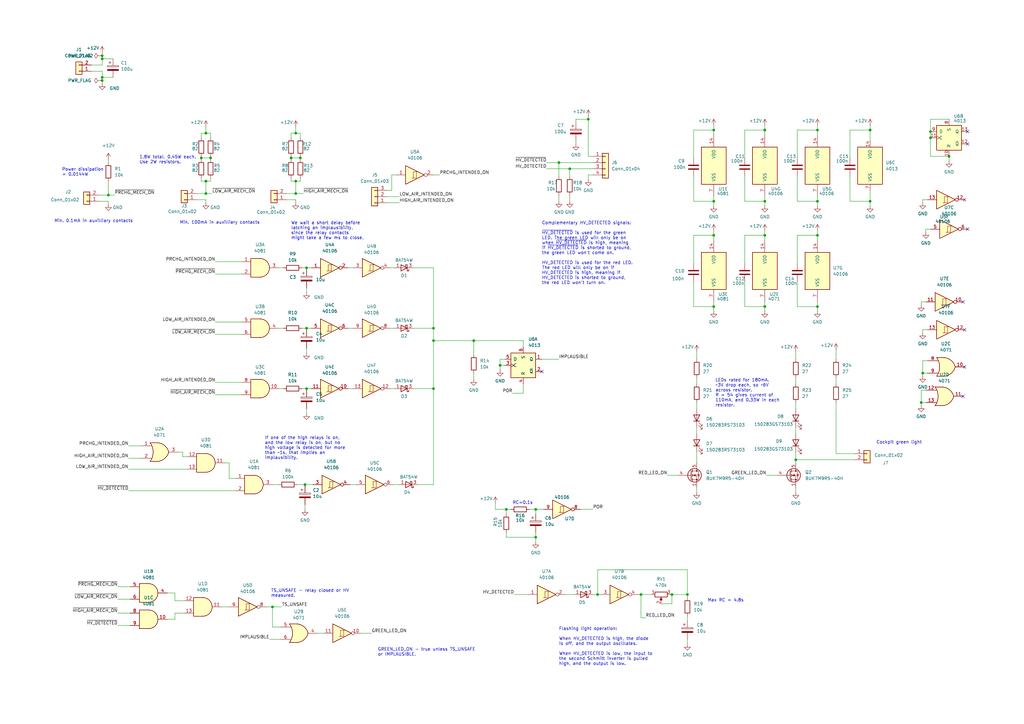
<source format=kicad_sch>
(kicad_sch (version 20211123) (generator eeschema)
  (paper "A3")
  (junction (at 84.455 74.295))
  (junction (at 335.28 82.55))
  (junction (at 335.28 53.34))
  (junction (at 233.68 69.215))
  (junction (at 292.735 96.52))
  (junction (at 177.8 134.62))
  (junction (at 119.38 64.77))
  (junction (at 281.94 243.84))
  (junction (at 194.31 139.7))
  (junction (at 41.91 33.02))
  (junction (at 313.69 82.55))
  (junction (at 377.825 165.1))
  (junction (at 123.19 64.77))
  (junction (at 313.69 125.73))
  (junction (at 389.255 64.135))
  (junction (at 41.91 22.86))
  (junction (at 275.59 243.84))
  (junction (at 262.89 243.84))
  (junction (at 335.28 125.73))
  (junction (at 292.735 82.55))
  (junction (at 84.455 54.61))
  (junction (at 356.87 82.55))
  (junction (at 335.28 96.52))
  (junction (at 313.69 96.52))
  (junction (at 84.455 79.375))
  (junction (at 219.71 208.915))
  (junction (at 44.45 80.01))
  (junction (at 125.73 109.855))
  (junction (at 121.285 79.375))
  (junction (at 121.285 54.61))
  (junction (at 177.8 139.7))
  (junction (at 111.76 248.92))
  (junction (at 245.11 243.84))
  (junction (at 86.36 64.77))
  (junction (at 378.46 153.035))
  (junction (at 207.645 208.915))
  (junction (at 121.285 74.295))
  (junction (at 313.69 53.34))
  (junction (at 229.235 66.675))
  (junction (at 381.635 56.515))
  (junction (at 292.735 53.34))
  (junction (at 292.735 125.73))
  (junction (at 82.55 64.77))
  (junction (at 125.095 198.755))
  (junction (at 326.39 188.595))
  (junction (at 205.105 149.86))
  (junction (at 125.73 134.62))
  (junction (at 177.8 159.385))
  (junction (at 356.87 53.34))
  (junction (at 41.91 24.13))
  (junction (at 41.91 31.75))
  (junction (at 125.73 159.385))
  (junction (at 381.635 53.975))
  (junction (at 241.3 48.895))
  (junction (at 219.71 220.345))
  (no_connect (at 395.605 150.495))
  (no_connect (at 395.605 135.255))
  (no_connect (at 396.875 93.98))
  (no_connect (at 222.25 152.4))
  (no_connect (at 394.97 162.56))
  (no_connect (at 395.605 81.915))
  (no_connect (at 396.875 53.975))
  (no_connect (at 396.875 59.055))
  (no_connect (at 394.97 123.825))
  (wire (pts (xy 217.17 208.915) (xy 219.71 208.915)))
  (wire (pts (xy 327.025 96.52) (xy 335.28 96.52)))
  (wire (pts (xy 214.63 161.29) (xy 210.185 161.29)))
  (wire (pts (xy 92.075 189.865) (xy 93.98 189.865)))
  (wire (pts (xy 378.46 154.305) (xy 378.46 153.035)))
  (wire (pts (xy 147.955 259.715) (xy 152.4 259.715)))
  (wire (pts (xy 241.3 64.135) (xy 243.205 64.135)))
  (wire (pts (xy 284.48 72.39) (xy 284.48 82.55)))
  (wire (pts (xy 119.38 64.77) (xy 123.19 64.77)))
  (wire (pts (xy 169.545 134.62) (xy 177.8 134.62)))
  (wire (pts (xy 194.31 139.7) (xy 177.8 139.7)))
  (wire (pts (xy 119.38 65.405) (xy 119.38 64.77)))
  (wire (pts (xy 348.615 82.55) (xy 356.87 82.55)))
  (wire (pts (xy 377.825 160.02) (xy 377.825 165.1)))
  (wire (pts (xy 82.55 64.77) (xy 86.36 64.77)))
  (wire (pts (xy 71.755 243.205) (xy 71.755 246.38)))
  (wire (pts (xy 177.8 134.62) (xy 177.8 139.7)))
  (wire (pts (xy 273.685 194.945) (xy 278.13 194.945)))
  (wire (pts (xy 377.825 165.1) (xy 379.73 165.1)))
  (wire (pts (xy 377.825 123.825) (xy 379.73 123.825)))
  (wire (pts (xy 327.025 82.55) (xy 335.28 82.55)))
  (wire (pts (xy 236.22 50.165) (xy 236.22 48.895)))
  (wire (pts (xy 313.69 82.55) (xy 313.69 80.645)))
  (wire (pts (xy 121.285 74.295) (xy 123.19 74.295)))
  (wire (pts (xy 88.265 161.925) (xy 99.06 161.925)))
  (wire (pts (xy 48.26 245.745) (xy 53.34 245.745)))
  (wire (pts (xy 84.455 79.375) (xy 86.995 79.375)))
  (wire (pts (xy 219.71 220.345) (xy 219.71 222.25)))
  (wire (pts (xy 90.805 248.92) (xy 93.98 248.92)))
  (wire (pts (xy 123.825 134.62) (xy 125.73 134.62)))
  (wire (pts (xy 158.75 83.185) (xy 163.83 83.185)))
  (wire (pts (xy 327.025 72.39) (xy 327.025 82.55)))
  (wire (pts (xy 335.28 125.73) (xy 335.28 127.635)))
  (wire (pts (xy 313.69 94.615) (xy 313.69 96.52)))
  (wire (pts (xy 326.39 154.94) (xy 326.39 157.48)))
  (wire (pts (xy 121.285 81.915) (xy 121.285 83.185)))
  (wire (pts (xy 125.73 109.855) (xy 125.73 110.49)))
  (wire (pts (xy 379.73 160.02) (xy 377.825 160.02)))
  (wire (pts (xy 205.105 147.32) (xy 207.01 147.32)))
  (wire (pts (xy 305.435 107.95) (xy 305.435 96.52)))
  (wire (pts (xy 335.28 96.52) (xy 335.28 98.425)))
  (wire (pts (xy 219.71 208.915) (xy 222.885 208.915)))
  (wire (pts (xy 292.735 82.55) (xy 292.735 80.645)))
  (wire (pts (xy 377.825 125.095) (xy 377.825 123.825)))
  (wire (pts (xy 194.31 145.415) (xy 194.31 139.7)))
  (wire (pts (xy 142.875 134.62) (xy 144.78 134.62)))
  (wire (pts (xy 41.91 33.02) (xy 41.91 34.29)))
  (wire (pts (xy 88.265 156.845) (xy 99.06 156.845)))
  (wire (pts (xy 241.3 48.895) (xy 241.3 64.135)))
  (wire (pts (xy 241.3 47.625) (xy 241.3 48.895)))
  (wire (pts (xy 305.435 72.39) (xy 305.435 82.55)))
  (wire (pts (xy 241.3 71.755) (xy 243.205 71.755)))
  (wire (pts (xy 142.875 109.855) (xy 144.78 109.855)))
  (wire (pts (xy 222.25 147.32) (xy 229.235 147.32)))
  (wire (pts (xy 214.63 142.24) (xy 214.63 139.7)))
  (wire (pts (xy 378.46 147.955) (xy 378.46 153.035)))
  (wire (pts (xy 205.105 149.86) (xy 207.01 149.86)))
  (wire (pts (xy 84.455 81.915) (xy 84.455 83.185)))
  (wire (pts (xy 281.94 252.73) (xy 281.94 254.635)))
  (wire (pts (xy 292.735 82.55) (xy 292.735 84.455)))
  (wire (pts (xy 123.825 109.855) (xy 125.73 109.855)))
  (wire (pts (xy 41.91 22.86) (xy 41.91 24.13)))
  (wire (pts (xy 82.55 74.295) (xy 84.455 74.295)))
  (wire (pts (xy 82.55 54.61) (xy 84.455 54.61)))
  (wire (pts (xy 224.155 69.215) (xy 233.68 69.215)))
  (wire (pts (xy 74.93 187.325) (xy 74.93 185.42)))
  (wire (pts (xy 123.825 159.385) (xy 125.73 159.385)))
  (wire (pts (xy 71.755 251.46) (xy 75.565 251.46)))
  (wire (pts (xy 158.75 80.645) (xy 163.83 80.645)))
  (wire (pts (xy 41.275 33.02) (xy 41.91 33.02)))
  (wire (pts (xy 169.545 109.855) (xy 177.8 109.855)))
  (wire (pts (xy 76.835 187.325) (xy 74.93 187.325)))
  (wire (pts (xy 125.73 142.875) (xy 125.73 144.78)))
  (wire (pts (xy 86.36 65.405) (xy 86.36 64.77)))
  (wire (pts (xy 203.2 206.375) (xy 203.2 208.915)))
  (wire (pts (xy 80.645 81.915) (xy 84.455 81.915)))
  (wire (pts (xy 86.36 64.77) (xy 86.36 64.135)))
  (wire (pts (xy 275.59 247.65) (xy 275.59 243.84)))
  (wire (pts (xy 381.635 48.895) (xy 381.635 53.975)))
  (wire (pts (xy 125.73 118.11) (xy 125.73 120.015)))
  (wire (pts (xy 88.265 107.315) (xy 99.06 107.315)))
  (wire (pts (xy 378.46 136.525) (xy 378.46 135.255)))
  (wire (pts (xy 378.46 135.255) (xy 380.365 135.255)))
  (wire (pts (xy 229.235 66.675) (xy 243.205 66.675)))
  (wire (pts (xy 169.545 159.385) (xy 177.8 159.385)))
  (wire (pts (xy 327.025 115.57) (xy 327.025 125.73)))
  (wire (pts (xy 125.095 198.755) (xy 125.095 199.39)))
  (wire (pts (xy 207.645 208.915) (xy 207.645 210.82)))
  (wire (pts (xy 262.89 253.365) (xy 264.795 253.365)))
  (wire (pts (xy 171.45 198.755) (xy 177.8 198.755)))
  (wire (pts (xy 313.69 82.55) (xy 313.69 84.455)))
  (wire (pts (xy 207.645 218.44) (xy 207.645 220.345)))
  (wire (pts (xy 219.71 208.915) (xy 219.71 210.82)))
  (wire (pts (xy 41.91 24.13) (xy 41.91 26.67)))
  (wire (pts (xy 285.75 165.1) (xy 285.75 167.64)))
  (wire (pts (xy 119.38 56.515) (xy 119.38 54.61)))
  (wire (pts (xy 37.465 26.67) (xy 41.91 26.67)))
  (wire (pts (xy 381.635 64.135) (xy 389.255 64.135)))
  (wire (pts (xy 262.89 243.84) (xy 267.335 243.84)))
  (wire (pts (xy 123.19 74.295) (xy 123.19 73.025)))
  (wire (pts (xy 335.28 51.435) (xy 335.28 53.34)))
  (wire (pts (xy 292.735 94.615) (xy 292.735 96.52)))
  (wire (pts (xy 292.735 125.73) (xy 292.735 127.635)))
  (wire (pts (xy 125.73 167.64) (xy 125.73 169.545)))
  (wire (pts (xy 335.28 82.55) (xy 335.28 80.645)))
  (wire (pts (xy 214.63 157.48) (xy 214.63 161.29)))
  (wire (pts (xy 111.76 257.175) (xy 111.76 248.92)))
  (wire (pts (xy 305.435 115.57) (xy 305.435 125.73)))
  (wire (pts (xy 44.45 80.01) (xy 46.99 80.01)))
  (wire (pts (xy 313.69 125.73) (xy 313.69 127.635)))
  (wire (pts (xy 326.39 188.595) (xy 350.52 188.595)))
  (wire (pts (xy 356.87 51.435) (xy 356.87 53.34)))
  (wire (pts (xy 305.435 53.34) (xy 313.69 53.34)))
  (wire (pts (xy 177.8 109.855) (xy 177.8 134.62)))
  (wire (pts (xy 44.45 65.405) (xy 44.45 66.675)))
  (wire (pts (xy 313.69 125.73) (xy 313.69 123.825)))
  (wire (pts (xy 327.025 53.34) (xy 335.28 53.34)))
  (wire (pts (xy 292.735 96.52) (xy 292.735 98.425)))
  (wire (pts (xy 86.36 74.295) (xy 86.36 73.025)))
  (wire (pts (xy 348.615 64.77) (xy 348.615 53.34)))
  (wire (pts (xy 335.28 94.615) (xy 335.28 96.52)))
  (wire (pts (xy 292.735 53.34) (xy 292.735 55.245)))
  (wire (pts (xy 281.94 233.68) (xy 245.11 233.68)))
  (wire (pts (xy 271.145 247.65) (xy 275.59 247.65)))
  (wire (pts (xy 214.63 139.7) (xy 194.31 139.7)))
  (wire (pts (xy 123.19 56.515) (xy 123.19 54.61)))
  (wire (pts (xy 82.55 64.77) (xy 82.55 64.135)))
  (wire (pts (xy 84.455 79.375) (xy 84.455 74.295)))
  (wire (pts (xy 305.435 96.52) (xy 313.69 96.52)))
  (wire (pts (xy 130.175 259.715) (xy 132.715 259.715)))
  (wire (pts (xy 378.46 83.185) (xy 378.46 81.915)))
  (wire (pts (xy 285.75 144.145) (xy 285.75 147.32)))
  (wire (pts (xy 207.645 208.915) (xy 209.55 208.915)))
  (wire (pts (xy 378.46 153.035) (xy 380.365 153.035)))
  (wire (pts (xy 281.94 262.255) (xy 281.94 264.16)))
  (wire (pts (xy 40.64 82.55) (xy 44.45 82.55)))
  (wire (pts (xy 285.75 154.94) (xy 285.75 157.48)))
  (wire (pts (xy 68.58 254) (xy 71.755 254)))
  (wire (pts (xy 80.645 79.375) (xy 84.455 79.375)))
  (wire (pts (xy 82.55 56.515) (xy 82.55 54.61)))
  (wire (pts (xy 233.68 69.215) (xy 243.205 69.215)))
  (wire (pts (xy 313.69 96.52) (xy 313.69 98.425)))
  (wire (pts (xy 121.92 198.755) (xy 125.095 198.755)))
  (wire (pts (xy 111.76 198.755) (xy 114.3 198.755)))
  (wire (pts (xy 381.635 53.975) (xy 381.635 56.515)))
  (wire (pts (xy 125.73 159.385) (xy 127.635 159.385)))
  (wire (pts (xy 335.28 125.73) (xy 335.28 123.825)))
  (wire (pts (xy 326.39 185.42) (xy 326.39 188.595)))
  (wire (pts (xy 356.87 78.105) (xy 356.87 82.55)))
  (wire (pts (xy 68.58 243.205) (xy 71.755 243.205)))
  (wire (pts (xy 326.39 144.145) (xy 326.39 147.32)))
  (wire (pts (xy 114.3 134.62) (xy 116.205 134.62)))
  (wire (pts (xy 117.475 79.375) (xy 121.285 79.375)))
  (wire (pts (xy 377.825 166.37) (xy 377.825 165.1)))
  (wire (pts (xy 114.935 257.175) (xy 111.76 257.175)))
  (wire (pts (xy 275.59 243.84) (xy 281.94 243.84)))
  (wire (pts (xy 41.275 22.86) (xy 41.91 22.86)))
  (wire (pts (xy 224.155 66.675) (xy 229.235 66.675)))
  (wire (pts (xy 123.19 65.405) (xy 123.19 64.77)))
  (wire (pts (xy 125.73 134.62) (xy 125.73 135.255)))
  (wire (pts (xy 121.285 52.07) (xy 121.285 54.61)))
  (wire (pts (xy 125.095 198.755) (xy 128.27 198.755)))
  (wire (pts (xy 125.73 159.385) (xy 125.73 160.02)))
  (wire (pts (xy 52.705 182.88) (xy 57.785 182.88)))
  (wire (pts (xy 284.48 82.55) (xy 292.735 82.55)))
  (wire (pts (xy 158.75 78.105) (xy 160.655 78.105)))
  (wire (pts (xy 88.265 132.08) (xy 99.06 132.08)))
  (wire (pts (xy 284.48 107.95) (xy 284.48 96.52)))
  (wire (pts (xy 356.87 53.34) (xy 356.87 57.785)))
  (wire (pts (xy 143.51 198.755) (xy 146.05 198.755)))
  (wire (pts (xy 142.875 159.385) (xy 144.78 159.385)))
  (wire (pts (xy 119.38 73.025) (xy 119.38 74.295)))
  (wire (pts (xy 110.49 262.255) (xy 114.935 262.255)))
  (wire (pts (xy 381.635 56.515) (xy 381.635 64.135)))
  (wire (pts (xy 119.38 54.61) (xy 121.285 54.61)))
  (wire (pts (xy 327.025 125.73) (xy 335.28 125.73)))
  (wire (pts (xy 82.55 73.025) (xy 82.55 74.295)))
  (wire (pts (xy 160.655 71.755) (xy 162.56 71.755)))
  (wire (pts (xy 379.73 95.25) (xy 379.73 93.98)))
  (wire (pts (xy 389.255 48.895) (xy 381.635 48.895)))
  (wire (pts (xy 41.91 24.13) (xy 46.355 24.13)))
  (wire (pts (xy 119.38 74.295) (xy 121.285 74.295)))
  (wire (pts (xy 305.435 125.73) (xy 313.69 125.73)))
  (wire (pts (xy 125.73 109.855) (xy 127.635 109.855)))
  (wire (pts (xy 313.69 53.34) (xy 313.69 55.245)))
  (wire (pts (xy 285.75 185.42) (xy 285.75 189.865)))
  (wire (pts (xy 292.735 125.73) (xy 292.735 123.825)))
  (wire (pts (xy 160.02 134.62) (xy 161.925 134.62)))
  (wire (pts (xy 205.105 149.86) (xy 205.105 147.32)))
  (wire (pts (xy 119.38 64.77) (xy 119.38 64.135)))
  (wire (pts (xy 205.105 151.765) (xy 205.105 149.86)))
  (wire (pts (xy 274.955 243.84) (xy 275.59 243.84)))
  (wire (pts (xy 378.46 81.915) (xy 380.365 81.915)))
  (wire (pts (xy 40.64 80.01) (xy 44.45 80.01)))
  (wire (pts (xy 285.75 200.025) (xy 285.75 201.93)))
  (wire (pts (xy 379.73 93.98) (xy 381.635 93.98)))
  (wire (pts (xy 88.265 112.395) (xy 99.06 112.395)))
  (wire (pts (xy 380.365 147.955) (xy 378.46 147.955)))
  (wire (pts (xy 389.255 64.135) (xy 389.255 66.04)))
  (wire (pts (xy 326.39 200.025) (xy 326.39 201.93)))
  (wire (pts (xy 342.9 165.1) (xy 342.9 186.055)))
  (wire (pts (xy 326.39 188.595) (xy 326.39 189.865)))
  (wire (pts (xy 229.235 66.675) (xy 229.235 72.39)))
  (wire (pts (xy 71.755 254) (xy 71.755 251.46)))
  (wire (pts (xy 305.435 82.55) (xy 313.69 82.55)))
  (wire (pts (xy 84.455 54.61) (xy 86.36 54.61)))
  (wire (pts (xy 284.48 64.77) (xy 284.48 53.34)))
  (wire (pts (xy 342.9 186.055) (xy 350.52 186.055)))
  (wire (pts (xy 93.98 196.215) (xy 96.52 196.215)))
  (wire (pts (xy 335.28 53.34) (xy 335.28 55.245)))
  (wire (pts (xy 160.02 109.855) (xy 161.925 109.855)))
  (wire (pts (xy 262.89 243.84) (xy 262.89 253.365)))
  (wire (pts (xy 121.285 54.61) (xy 123.19 54.61)))
  (wire (pts (xy 37.465 29.21) (xy 41.91 29.21)))
  (wire (pts (xy 111.76 248.92) (xy 115.57 248.92)))
  (wire (pts (xy 241.3 73.66) (xy 241.3 71.755)))
  (wire (pts (xy 71.755 246.38) (xy 75.565 246.38)))
  (wire (pts (xy 219.71 218.44) (xy 219.71 220.345)))
  (wire (pts (xy 44.45 80.01) (xy 44.45 74.295)))
  (wire (pts (xy 177.8 139.7) (xy 177.8 159.385)))
  (wire (pts (xy 48.26 240.665) (xy 53.34 240.665)))
  (wire (pts (xy 88.265 137.16) (xy 99.06 137.16)))
  (wire (pts (xy 52.705 201.295) (xy 96.52 201.295)))
  (wire (pts (xy 160.655 78.105) (xy 160.655 71.755)))
  (wire (pts (xy 93.98 189.865) (xy 93.98 196.215)))
  (wire (pts (xy 326.39 175.26) (xy 326.39 177.8)))
  (wire (pts (xy 327.025 107.95) (xy 327.025 96.52)))
  (wire (pts (xy 305.435 64.77) (xy 305.435 53.34)))
  (wire (pts (xy 292.735 51.435) (xy 292.735 53.34)))
  (wire (pts (xy 117.475 81.915) (xy 121.285 81.915)))
  (wire (pts (xy 123.19 64.77) (xy 123.19 64.135)))
  (wire (pts (xy 281.94 243.84) (xy 281.94 245.11)))
  (wire (pts (xy 48.26 256.54) (xy 53.34 256.54)))
  (wire (pts (xy 243.205 243.84) (xy 245.11 243.84)))
  (wire (pts (xy 281.94 243.84) (xy 281.94 233.68)))
  (wire (pts (xy 86.36 56.515) (xy 86.36 54.61)))
  (wire (pts (xy 261.62 243.84) (xy 262.89 243.84)))
  (wire (pts (xy 160.02 159.385) (xy 161.925 159.385)))
  (wire (pts (xy 231.775 243.84) (xy 235.585 243.84)))
  (wire (pts (xy 125.095 207.01) (xy 125.095 208.915)))
  (wire (pts (xy 74.93 185.42) (xy 73.025 185.42)))
  (wire (pts (xy 236.22 57.785) (xy 236.22 59.055)))
  (wire (pts (xy 335.28 82.55) (xy 335.28 84.455)))
  (wire (pts (xy 284.48 125.73) (xy 292.735 125.73)))
  (wire (pts (xy 284.48 115.57) (xy 284.48 125.73)))
  (wire (pts (xy 109.22 248.92) (xy 111.76 248.92)))
  (wire (pts (xy 41.91 31.75) (xy 46.355 31.75)))
  (wire (pts (xy 82.55 65.405) (xy 82.55 64.77)))
  (wire (pts (xy 236.22 48.895) (xy 241.3 48.895)))
  (wire (pts (xy 233.68 69.215) (xy 233.68 72.39)))
  (wire (pts (xy 177.8 71.755) (xy 180.34 71.755)))
  (wire (pts (xy 348.615 53.34) (xy 356.87 53.34)))
  (wire (pts (xy 114.3 109.855) (xy 116.205 109.855)))
  (wire (pts (xy 177.8 198.755) (xy 177.8 159.385)))
  (wire (pts (xy 161.29 198.755) (xy 163.83 198.755)))
  (wire (pts (xy 245.11 233.68) (xy 245.11 243.84)))
  (wire (pts (xy 203.2 208.915) (xy 207.645 208.915)))
  (wire (pts (xy 342.9 143.51) (xy 342.9 147.32)))
  (wire (pts (xy 114.3 159.385) (xy 116.205 159.385)))
  (wire (pts (xy 210.82 243.84) (xy 216.535 243.84)))
  (wire (pts (xy 121.285 79.375) (xy 121.285 74.295)))
  (wire (pts (xy 44.45 82.55) (xy 44.45 83.82)))
  (wire (pts (xy 238.125 208.915) (xy 243.205 208.915)))
  (wire (pts (xy 285.75 175.26) (xy 285.75 177.8)))
  (wire (pts (xy 48.26 251.46) (xy 53.34 251.46)))
  (wire (pts (xy 313.69 51.435) (xy 313.69 53.34)))
  (wire (pts (xy 84.455 74.295) (xy 86.36 74.295)))
  (wire (pts (xy 284.48 96.52) (xy 292.735 96.52)))
  (wire (pts (xy 229.235 80.01) (xy 229.235 82.55)))
  (wire (pts (xy 348.615 72.39) (xy 348.615 82.55)))
  (wire (pts (xy 342.9 154.94) (xy 342.9 157.48)))
  (wire (pts (xy 327.025 64.77) (xy 327.025 53.34)))
  (wire (pts (xy 52.705 187.96) (xy 57.785 187.96)))
  (wire (pts (xy 41.91 21.59) (xy 41.91 22.86)))
  (wire (pts (xy 52.705 192.405) (xy 76.835 192.405)))
  (wire (pts (xy 194.31 153.035) (xy 194.31 155.575)))
  (wire (pts (xy 233.68 80.01) (xy 233.68 82.55)))
  (wire (pts (xy 41.91 31.75) (xy 41.91 33.02)))
  (wire (pts (xy 121.285 79.375) (xy 124.46 79.375)))
  (wire (pts (xy 125.73 134.62) (xy 127.635 134.62)))
  (wire (pts (xy 284.48 53.34) (xy 292.735 53.34)))
  (wire (pts (xy 207.645 220.345) (xy 219.71 220.345)))
  (wire (pts (xy 41.91 29.21) (xy 41.91 31.75)))
  (wire (pts (xy 245.11 243.84) (xy 246.38 243.84)))
  (wire (pts (xy 84.455 52.07) (xy 84.455 54.61)))
  (wire (pts (xy 356.87 82.55) (xy 356.87 84.455)))
  (wire (pts (xy 326.39 165.1) (xy 326.39 167.64)))
  (wire (pts (xy 314.325 194.945) (xy 318.77 194.945)))
  (text "Complementary HV_DETECTED signals:\n\n~{HV_DETECTED} is used for the green\nLED. The green LED will only be on\nwhen ~{HV_DETECTED} is high, meaning\nif ~{HV_DETECTED} is shorted to ground,\nthe green LED won't come on.\n\nHV_DETECTED is used for the red LED.\nThe red LED will only be on if\nHV_DETECTED is high, meaning if\nHV_DETECTED is shorted to ground,\nthe red LED won't turn on." (at 222.25 116.84 0) (effects (font (size 1.27 1.27)) (justify left bottom)))
  (text "Min. 100mA in auxilliary contacts" (at 73.66 92.075 0) (effects (font (size 1.27 1.27)) (justify left bottom)))
  (text "1.8W total, 0.45W each.\nUse 2W resistors." (at 57.15 67.31 0) (effects (font (size 1.27 1.27)) (justify left bottom)))
  (text "Max RC = 4.8s" (at 290.195 247.015 0) (effects (font (size 1.27 1.27)) (justify left bottom)))
  (text "Power dissipation\n= 0.0144W" (at 25.4 72.39 0) (effects (font (size 1.27 1.27)) (justify left bottom)))
  (text "TS_UNSAFE - relay closed or HV\nmeasured." (at 111.125 245.11 0) (effects (font (size 1.27 1.27)) (justify left bottom)))
  (text "We wait a short delay before\nlatching an implausibility,\nsince the relay contacts\nmight take a few ms to close." (at 119.38 98.425 0) (effects (font (size 1.27 1.27)) (justify left bottom)))
  (text "GREEN_LED_ON - true unless TS_UNSAFE\nor IMPLAUSIBLE." (at 154.94 269.24 0) (effects (font (size 1.27 1.27)) (justify left bottom)))
  (text "Flashing light operation:\n\nWhen HV_DETECTED is high, the diode \nis off, and the output oscillates.\n\nWhen HV_DETECTED is low, the input to\nthe second Schmitt inverter is pulled\nhigh, and the output is low." (at 229.235 273.05 0) (effects (font (size 1.27 1.27)) (justify left bottom)))
  (text "Cockpit green light" (at 359.41 182.245 0) (effects (font (size 1.27 1.27)) (justify left bottom)))
  (text "LEDs rated for 180mA.\n~3V drop each, so ~6V\nacross resistor. \nR = 54 gives current of\n110mA, and 0.33W in each\nresistor.\n" (at 293.37 167.005 0) (effects (font (size 1.27 1.27)) (justify left bottom)))
  (text "If one of the high relays is on,\nand the low relay is on, but no\nhigh voltage is detected for more\nthan ~1s, that implies an \nimplausibility." (at 108.585 188.595 0) (effects (font (size 1.27 1.27)) (justify left bottom)))
  (text "Min. 0.1mA in auxilliary contacts" (at 22.225 91.44 0) (effects (font (size 1.27 1.27)) (justify left bottom)))
  (text "RC=0.1s" (at 210.185 207.01 0) (effects (font (size 1.27 1.27)) (justify left bottom)))
  (label "~{LOW_AIR_MECH_ON}" (at 88.265 137.16 180))
  (label "HV_DETECTED" (at 210.82 243.84 180))
  (label "IMPLAUSIBLE" (at 229.235 147.32 0))
  (label "TS_UNSAFE" (at 115.57 248.92 0))
  (label "POR" (at 210.185 161.29 180))
  (label "HV_DETECTED" (at 224.155 69.215 180))
  (label "PRCHG_INTENDED_ON" (at 88.265 107.315 180))
  (label "POR" (at 243.205 208.915 0))
  (label "GREEN_LED_ON" (at 152.4 259.715 0))
  (label "~{HIGH_AIR_MECH_ON}" (at 88.265 161.925 180))
  (label "RED_LED_ON" (at 264.795 253.365 0))
  (label "~{PRCHG_MECH_ON}" (at 48.26 240.665 180))
  (label "~{LOW_AIR_MECH_ON}" (at 86.995 79.375 0))
  (label "HIGH_AIR_INTENDED_ON" (at 88.265 156.845 180))
  (label "IMPLAUSIBLE" (at 110.49 262.255 180))
  (label "~{LOW_AIR_MECH_ON}" (at 48.26 245.745 180))
  (label "~{HV_DETECTED}" (at 224.155 66.675 180))
  (label "~{HV_DETECTED}" (at 52.705 201.295 180))
  (label "RED_LED_ON" (at 273.685 194.945 180))
  (label "GREEN_LED_ON" (at 314.325 194.945 180))
  (label "~{HV_DETECTED}" (at 48.26 256.54 180))
  (label "~{PRCHG_MECH_ON}" (at 88.265 112.395 180))
  (label "HIGH_AIR_INTENDED_ON" (at 163.83 83.185 0))
  (label "LOW_AIR_INTENDED_ON" (at 88.265 132.08 180))
  (label "PRCHG_INTENDED_ON" (at 52.705 182.88 180))
  (label "~{PRCHG_MECH_ON}" (at 46.99 80.01 0))
  (label "~{HIGH_AIR_MECH_ON}" (at 48.26 251.46 180))
  (label "LOW_AIR_INTENDED_ON" (at 52.705 192.405 180))
  (label "~{HIGH_AIR_MECH_ON}" (at 124.46 79.375 0))
  (label "HIGH_AIR_INTENDED_ON" (at 52.705 187.96 180))
  (label "LOW_AIR_INTENDED_ON" (at 163.83 80.645 0))
  (label "PRCHG_INTENDED_ON" (at 180.34 71.755 0))
  (symbol (lib_id "4xxx:4081") (at 292.735 67.945 0) (unit 5)
    (property "Reference" "U1" (at 294.64 77.47 0) (effects (justify left)))
    (property "Value" "4081" (at 294.005 79.375 0) (effects (justify left)))
    (property "Footprint" "Package_SO:SOIC-14_3.9x8.7mm_P1.27mm" (effects hide))
    (property "Datasheet" "http://www.intersil.com/content/dam/Intersil/documents/cd40/cd4073bms-81bms-82bms.pdf" (effects hide))
  )
  (symbol (lib_id "4xxx:4081") (at 60.96 254 0) (unit 3)
    (property "Reference" "U1" (at 60.96 245.11 0))
    (property "Value" "4081" (at 60.96 247.65 0))
    (property "Footprint" "Package_SO:SOIC-14_3.9x8.7mm_P1.27mm" (effects hide))
    (property "Datasheet" "http://www.intersil.com/content/dam/Intersil/documents/cd40/cd4073bms-81bms-82bms.pdf" (effects hide))
  )
  (symbol (lib_id "Device:C_Polarized") (at 236.22 53.975 0) (unit 1)
    (property "Reference" "C7" (at 228.6 51.435 0) (effects (justify left)))
    (property "Value" "100u" (at 227.33 53.975 0) (effects (justify left)))
    (property "Footprint" "Capacitor_THT:CP_Radial_D6.3mm_P2.50mm" (effects hide))
  )
  (symbol (lib_id "4xxx:40106") (at 135.89 198.755 0) (unit 2)
    (property "Reference" "U5" (at 135.89 189.23 0))
    (property "Value" "40106" (at 135.89 191.77 0))
    (property "Footprint" "Package_SO:SOIC-14_3.9x8.7mm_P1.27mm" (effects hide))
    (property "Datasheet" "https://assets.nexperia.com/documents/data-sheet/HEF40106B.pdf" (effects hide))
  )
  (symbol (lib_id "power:GND") (at 335.28 127.635 0) (unit 1)
    (property "Reference" "#PWR038" (effects hide))
    (property "Value" "GND" (at 335.28 132.08 0))
  )
  (symbol (lib_id "Device:C_Polarized") (at 125.73 114.3 0) (unit 1)
    (property "Reference" "C3" (at 118.745 113.665 0) (effects (justify left)))
    (property "Value" "10u" (at 129.54 114.6809 0) (effects (justify left)))
    (property "Footprint" "Capacitor_THT:CP_Radial_D5.0mm_P2.00mm" (effects hide))
  )
  (symbol (lib_id "power:GND") (at 285.75 201.93 0) (unit 1)
    (property "Reference" "#PWR024" (effects hide))
    (property "Value" "GND" (at 285.75 206.375 0))
  )
  (symbol (lib_id "power:GND") (at 379.73 95.25 0) (unit 1)
    (property "Reference" "#PWR0103" (effects hide))
    (property "Value" "GND" (at 379.73 99.695 0))
  )
  (symbol (lib_id "4xxx:4071") (at 313.69 111.125 0) (unit 5)
    (property "Reference" "U2" (at 315.595 120.65 0) (effects (justify left)))
    (property "Value" "4071" (at 314.96 122.555 0) (effects (justify left)))
    (property "Footprint" "Package_SO:SOIC-14_3.9x8.7mm_P1.27mm" (effects hide))
    (property "Datasheet" "http://www.intersil.com/content/dam/Intersil/documents/cd40/cd4071bms-72bms-75bms.pdf" (effects hide))
  )
  (symbol (lib_id "power:GND") (at 125.73 144.78 0) (unit 1)
    (property "Reference" "#PWR011" (effects hide))
    (property "Value" "GND" (at 130.81 146.685 0))
  )
  (symbol (lib_id "4xxx:40106") (at 335.28 111.125 0) (unit 7)
    (property "Reference" "U7" (at 341.63 109.8549 0) (effects (justify left)))
    (property "Value" "40106" (at 341.63 112.3949 0) (effects (justify left)))
    (property "Footprint" "Package_SO:SOIC-14_3.9x8.7mm_P1.27mm" (effects hide))
    (property "Datasheet" "https://assets.nexperia.com/documents/data-sheet/HEF40106B.pdf" (effects hide))
  )
  (symbol (lib_id "Device:R") (at 194.31 149.225 180) (unit 1)
    (property "Reference" "R14" (at 196.85 147.9549 0) (effects (justify right)))
    (property "Value" "10k" (at 196.85 150.4949 0) (effects (justify right)))
    (property "Footprint" "Resistor_SMD:R_0603_1608Metric" (effects hide))
  )
  (symbol (lib_id "4xxx:4071") (at 387.35 162.56 0) (unit 4)
    (property "Reference" "U2" (at 387.35 153.67 0))
    (property "Value" "4071" (at 387.35 156.21 0))
    (property "Footprint" "Package_SO:SOIC-14_3.9x8.7mm_P1.27mm" (effects hide))
    (property "Datasheet" "http://www.intersil.com/content/dam/Intersil/documents/cd40/cd4071bms-72bms-75bms.pdf" (effects hide))
  )
  (symbol (lib_id "power:GND") (at 229.235 82.55 0) (unit 1)
    (property "Reference" "#PWR017" (effects hide))
    (property "Value" "GND" (at 229.235 86.995 0))
  )
  (symbol (lib_id "Device:R") (at 123.19 60.325 0) (unit 1)
    (property "Reference" "R12" (at 125.73 59.055 0))
    (property "Value" "82" (at 125.73 60.96 0))
    (property "Footprint" "Resistor_SMD:R_2512_6332Metric" (effects hide))
  )
  (symbol (lib_id "Device:R") (at 233.68 76.2 180) (unit 1)
    (property "Reference" "R18" (at 234.95 74.93 0) (effects (justify right)))
    (property "Value" "10k" (at 234.95 77.47 0) (effects (justify right)))
    (property "Footprint" "Resistor_SMD:R_0603_1608Metric" (effects hide))
  )
  (symbol (lib_id "power:GND") (at 292.735 84.455 0) (unit 1)
    (property "Reference" "#PWR026" (effects hide))
    (property "Value" "GND" (at 292.735 88.9 0))
  )
  (symbol (lib_id "4xxx:4081") (at 83.185 248.92 0) (unit 4)
    (property "Reference" "U1" (at 83.185 239.395 0))
    (property "Value" "4081" (at 83.185 241.935 0))
    (property "Footprint" "Package_SO:SOIC-14_3.9x8.7mm_P1.27mm" (effects hide))
    (property "Datasheet" "http://www.intersil.com/content/dam/Intersil/documents/cd40/cd4073bms-81bms-82bms.pdf" (effects hide))
  )
  (symbol (lib_id "power:+12V") (at 342.9 143.51 0) (unit 1)
    (property "Reference" "#PWR039" (effects hide))
    (property "Value" "+12V" (at 339.09 141.605 0))
  )
  (symbol (lib_id "power:+12V") (at 41.91 21.59 0) (unit 1)
    (property "Reference" "#PWR01" (effects hide))
    (property "Value" "+12V" (at 38.1 19.685 0))
  )
  (symbol (lib_id "power:GND") (at 84.455 83.185 0) (unit 1)
    (property "Reference" "#PWR06" (effects hide))
    (property "Value" "GND" (at 88.265 85.09 0))
  )
  (symbol (lib_id "power:GND") (at 205.105 151.765 0) (unit 1)
    (property "Reference" "#PWR015" (effects hide))
    (property "Value" "GND" (at 205.105 156.21 0))
  )
  (symbol (lib_id "power:GND") (at 377.825 125.095 0) (unit 1)
    (property "Reference" "#PWR0107" (effects hide))
    (property "Value" "GND" (at 377.825 129.54 0))
  )
  (symbol (lib_id "Connector_Generic:Conn_01x02") (at 32.385 29.21 180) (unit 1)
    (property "Reference" "J1" (at 32.385 20.32 0))
    (property "Value" "Conn_01x02" (at 32.385 22.86 0))
    (property "Footprint" "Connector_PinSocket_2.54mm:PinSocket_1x02_P2.54mm_Horizontal" (effects hide))
  )
  (symbol (lib_id "4xxx:4081") (at 60.96 243.205 0) (unit 2)
    (property "Reference" "U1" (at 60.96 234.315 0))
    (property "Value" "4081" (at 60.96 236.855 0))
    (property "Footprint" "Package_SO:SOIC-14_3.9x8.7mm_P1.27mm" (effects hide))
    (property "Datasheet" "http://www.intersil.com/content/dam/Intersil/documents/cd40/cd4073bms-81bms-82bms.pdf" (effects hide))
  )
  (symbol (lib_id "4xxx:4013") (at 214.63 149.86 0) (unit 1)
    (property "Reference" "U6" (at 216.6494 139.065 0) (effects (justify left)))
    (property "Value" "4013" (at 216.6494 141.605 0) (effects (justify left)))
    (property "Footprint" "Package_SO:SOIC-14_3.9x8.7mm_P1.27mm" (effects hide))
    (property "Datasheet" "http://www.onsemi.com/pub/Collateral/MC14013B-D.PDF" (effects hide))
  )
  (symbol (lib_id "4xxx:40106") (at 153.67 198.755 0) (unit 3)
    (property "Reference" "U5" (at 153.67 189.865 0))
    (property "Value" "40106" (at 153.67 192.405 0))
    (property "Footprint" "Package_SO:SOIC-14_3.9x8.7mm_P1.27mm" (effects hide))
    (property "Datasheet" "https://assets.nexperia.com/documents/data-sheet/HEF40106B.pdf" (effects hide))
  )
  (symbol (lib_id "Device:C_Polarized") (at 46.355 27.94 0) (unit 1)
    (property "Reference" "C1" (at 49.53 25.7809 0) (effects (justify left)))
    (property "Value" "100u" (at 49.53 28.3209 0) (effects (justify left)))
    (property "Footprint" "Capacitor_THT:CP_Radial_D6.3mm_P2.50mm" (effects hide))
  )
  (symbol (lib_id "Device:R") (at 281.94 248.92 180) (unit 1)
    (property "Reference" "R19" (at 284.48 247.6499 0) (effects (justify right)))
    (property "Value" "10k" (at 284.48 250.1899 0) (effects (justify right)))
    (property "Footprint" "Resistor_SMD:R_0603_1608Metric" (effects hide))
  )
  (symbol (lib_id "power:GND") (at 326.39 201.93 0) (unit 1)
    (property "Reference" "#PWR034" (effects hide))
    (property "Value" "GND" (at 326.39 206.375 0))
  )
  (symbol (lib_id "4xxx:40106") (at 224.155 243.84 0) (unit 1)
    (property "Reference" "U7" (at 224.155 234.315 0))
    (property "Value" "40106" (at 224.155 236.855 0))
    (property "Footprint" "Package_SO:SOIC-14_3.9x8.7mm_P1.27mm" (effects hide))
    (property "Datasheet" "https://assets.nexperia.com/documents/data-sheet/HEF40106B.pdf" (effects hide))
  )
  (symbol (lib_id "power:+12V") (at 121.285 52.07 0) (unit 1)
    (property "Reference" "#PWR07" (effects hide))
    (property "Value" "+12V" (at 117.475 50.165 0))
  )
  (symbol (lib_id "Connector_Generic:Conn_01x03") (at 153.67 80.645 180) (unit 1)
    (property "Reference" "J5" (at 153.67 71.755 0))
    (property "Value" "Conn_01x03" (at 153.67 74.295 0))
    (property "Footprint" "Connector_PinSocket_2.54mm:PinSocket_1x03_P2.54mm_Horizontal" (effects hide))
  )
  (symbol (lib_id "4xxx:40106") (at 335.28 67.945 0) (unit 7)
    (property "Reference" "U5" (at 337.185 77.47 0) (effects (justify left)))
    (property "Value" "40106" (at 335.915 79.375 0) (effects (justify left)))
    (property "Footprint" "Package_SO:SOIC-14_3.9x8.7mm_P1.27mm" (effects hide))
    (property "Datasheet" "https://assets.nexperia.com/documents/data-sheet/HEF40106B.pdf" (effects hide))
  )
  (symbol (lib_id "power:GND") (at 125.095 208.915 0) (unit 1)
    (property "Reference" "#PWR09" (effects hide))
    (property "Value" "GND" (at 125.095 213.36 0))
  )
  (symbol (lib_id "Connector_Generic:Conn_01x02") (at 75.565 81.915 180) (unit 1)
    (property "Reference" "J3" (at 75.565 84.455 0))
    (property "Value" "Conn_01x02" (at 74.803 86.741 0))
    (property "Footprint" "Connector_PinSocket_2.54mm:PinSocket_1x02_P2.54mm_Horizontal" (effects hide))
  )
  (symbol (lib_id "Device:R") (at 229.235 76.2 180) (unit 1)
    (property "Reference" "R17" (at 224.79 74.93 0) (effects (justify right)))
    (property "Value" "10k" (at 224.155 77.47 0) (effects (justify right)))
    (property "Footprint" "Resistor_SMD:R_0603_1608Metric" (effects hide))
  )
  (symbol (lib_id "power:+12V") (at 84.455 52.07 0) (unit 1)
    (property "Reference" "#PWR05" (effects hide))
    (property "Value" "+12V" (at 80.645 50.165 0))
  )
  (symbol (lib_id "power:+12V") (at 356.87 51.435 0) (unit 1)
    (property "Reference" "#PWR040" (effects hide))
    (property "Value" "+12V" (at 353.06 49.53 0))
  )
  (symbol (lib_id "power:GND") (at 378.46 136.525 0) (unit 1)
    (property "Reference" "#PWR0105" (effects hide))
    (property "Value" "GND" (at 378.46 140.97 0))
  )
  (symbol (lib_id "Connector_Generic:Conn_01x02") (at 355.6 186.055 0) (unit 1)
    (property "Reference" "J7" (at 363.22 189.865 0))
    (property "Value" "Conn_01x02" (at 364.49 186.69 0))
    (property "Footprint" "Connector_PinSocket_2.54mm:PinSocket_1x02_P2.54mm_Horizontal" (effects hide))
  )
  (symbol (lib_id "power:GND") (at 194.31 155.575 0) (unit 1)
    (property "Reference" "#PWR013" (effects hide))
    (property "Value" "GND" (at 194.31 160.02 0))
  )
  (symbol (lib_id "power:GND") (at 313.69 84.455 0) (unit 1)
    (property "Reference" "#PWR030" (effects hide))
    (property "Value" "GND" (at 313.69 88.9 0))
  )
  (symbol (lib_id "Device:R") (at 119.38 60.325 0) (unit 1)
    (property "Reference" "R7" (at 115.57 59.055 0) (effects (justify left)))
    (property "Value" "82" (at 115.57 60.96 0) (effects (justify left)))
    (property "Footprint" "Resistor_SMD:R_2512_6332Metric" (effects hide))
  )
  (symbol (lib_id "power:GND") (at 236.22 59.055 0) (unit 1)
    (property "Reference" "#PWR019" (effects hide))
    (property "Value" "GND" (at 236.22 63.5 0))
  )
  (symbol (lib_id "Connector_Generic:Conn_01x02") (at 35.56 82.55 180) (unit 1)
    (property "Reference" "J2" (at 27.94 78.74 0))
    (property "Value" "Conn_01x02" (at 26.67 81.915 0))
    (property "Footprint" "Connector_PinSocket_2.54mm:PinSocket_1x02_P2.54mm_Horizontal" (effects hide))
  )
  (symbol (lib_id "power:+12V") (at 313.69 94.615 0) (unit 1)
    (property "Reference" "#PWR031" (effects hide))
    (property "Value" "+12V" (at 309.88 92.71 0))
  )
  (symbol (lib_id "4xxx:40106") (at 387.985 81.915 0) (unit 6)
    (property "Reference" "U5" (at 387.35 88.9 0))
    (property "Value" "40106" (at 386.715 90.805 0))
    (property "Footprint" "Package_SO:SOIC-14_3.9x8.7mm_P1.27mm" (effects hide))
    (property "Datasheet" "https://assets.nexperia.com/documents/data-sheet/HEF40106B.pdf" (effects hide))
  )
  (symbol (lib_id "Device:R") (at 285.75 161.29 0) (unit 1)
    (property "Reference" "R21" (at 288.29 160.0199 0) (effects (justify left)))
    (property "Value" "27" (at 288.29 162.5599 0) (effects (justify left)))
    (property "Footprint" "Resistor_SMD:R_2512_6332Metric" (effects hide))
  )
  (symbol (lib_id "Device:C") (at 348.615 68.58 0) (unit 1)
    (property "Reference" "C15" (at 344.17 64.135 0) (effects (justify left)))
    (property "Value" "100n" (at 342.9 66.04 0) (effects (justify left)))
    (property "Footprint" "Capacitor_SMD:C_0603_1608Metric" (effects hide))
  )
  (symbol (lib_id "power:PWR_FLAG") (at 41.275 22.86 90) (unit 1)
    (property "Reference" "#FLG0102" (effects hide))
    (property "Value" "PWR_FLAG" (at 37.465 22.8599 90) (effects (justify left)))
  )
  (symbol (lib_id "Device:C") (at 327.025 111.76 0) (unit 1)
    (property "Reference" "C14" (at 321.945 114.3 0) (effects (justify left)))
    (property "Value" "100n" (at 321.945 116.205 0) (effects (justify left)))
    (property "Footprint" "Capacitor_SMD:C_0603_1608Metric" (effects hide))
  )
  (symbol (lib_id "power:GND") (at 41.91 34.29 0) (unit 1)
    (property "Reference" "#PWR02" (effects hide))
    (property "Value" "GND" (at 46.99 36.195 0))
  )
  (symbol (lib_id "power:GND") (at 378.46 154.305 0) (unit 1)
    (property "Reference" "#PWR0104" (effects hide))
    (property "Value" "GND" (at 378.46 158.75 0))
  )
  (symbol (lib_id "4xxx:40106") (at 230.505 208.915 0) (unit 4)
    (property "Reference" "U7" (at 233.68 212.725 0))
    (property "Value" "40106" (at 230.505 203.9136 0))
    (property "Footprint" "Package_SO:SOIC-14_3.9x8.7mm_P1.27mm" (effects hide))
    (property "Datasheet" "https://assets.nexperia.com/documents/data-sheet/HEF40106B.pdf" (effects hide))
  )
  (symbol (lib_id "power:GND") (at 313.69 127.635 0) (unit 1)
    (property "Reference" "#PWR032" (effects hide))
    (property "Value" "GND" (at 313.69 132.08 0))
  )
  (symbol (lib_id "4xxx:40106") (at 140.335 259.715 0) (unit 5)
    (property "Reference" "U5" (at 140.335 250.19 0))
    (property "Value" "40106" (at 140.335 252.73 0))
    (property "Footprint" "Package_SO:SOIC-14_3.9x8.7mm_P1.27mm" (effects hide))
    (property "Datasheet" "https://assets.nexperia.com/documents/data-sheet/HEF40106B.pdf" (effects hide))
  )
  (symbol (lib_id "4xxx:4081") (at 106.68 134.62 0) (unit 2)
    (property "Reference" "U3" (at 106.68 125.73 0))
    (property "Value" "4081" (at 106.68 128.27 0))
    (property "Footprint" "Package_SO:SOIC-14_3.9x8.7mm_P1.27mm" (effects hide))
    (property "Datasheet" "http://www.intersil.com/content/dam/Intersil/documents/cd40/cd4073bms-81bms-82bms.pdf" (effects hide))
  )
  (symbol (lib_id "Device:R") (at 120.015 134.62 90) (unit 1)
    (property "Reference" "R10" (at 120.015 128.27 90))
    (property "Value" "10k" (at 120.015 130.81 90))
    (property "Footprint" "Resistor_SMD:R_0603_1608Metric" (effects hide))
  )
  (symbol (lib_id "power:GND") (at 335.28 84.455 0) (unit 1)
    (property "Reference" "#PWR036" (effects hide))
    (property "Value" "GND" (at 335.28 88.9 0))
  )
  (symbol (lib_id "power:+12V") (at 285.75 144.145 0) (unit 1)
    (property "Reference" "#PWR023" (effects hide))
    (property "Value" "+12V" (at 281.94 142.24 0))
  )
  (symbol (lib_id "power:GND") (at 125.73 120.015 0) (unit 1)
    (property "Reference" "#PWR010" (effects hide))
    (property "Value" "GND" (at 130.81 121.92 0))
  )
  (symbol (lib_id "power:GND") (at 356.87 84.455 0) (unit 1)
    (property "Reference" "#PWR041" (effects hide))
    (property "Value" "GND" (at 356.87 88.9 0))
  )
  (symbol (lib_id "Device:R") (at 86.36 69.215 0) (unit 1)
    (property "Reference" "R5" (at 87.63 67.945 0) (effects (justify left)))
    (property "Value" "82" (at 87.63 69.85 0) (effects (justify left)))
    (property "Footprint" "Resistor_SMD:R_2512_6332Metric" (effects hide))
  )
  (symbol (lib_id "4xxx:40106") (at 101.6 248.92 0) (unit 4)
    (property "Reference" "U5" (at 101.6 240.03 0))
    (property "Value" "40106" (at 101.6 242.57 0))
    (property "Footprint" "Package_SO:SOIC-14_3.9x8.7mm_P1.27mm" (effects hide))
    (property "Datasheet" "https://assets.nexperia.com/documents/data-sheet/HEF40106B.pdf" (effects hide))
  )
  (symbol (lib_id "Diode:BAT54W") (at 165.735 134.62 180) (unit 1)
    (property "Reference" "D2" (at 165.735 137.795 0))
    (property "Value" "BAT54W" (at 165.735 131.445 0))
    (property "Footprint" "Package_TO_SOT_SMD:SOT-323_SC-70" (effects hide))
    (property "Datasheet" "https://assets.nexperia.com/documents/data-sheet/BAT54W_SER.pdf" (effects hide))
  )
  (symbol (lib_id "Device:R") (at 207.645 214.63 0) (unit 1)
    (property "Reference" "R15" (at 203.2 213.995 90))
    (property "Value" "10k" (at 205.105 214.63 90))
    (property "Footprint" "Resistor_SMD:R_0603_1608Metric" (effects hide))
  )
  (symbol (lib_id "Device:C") (at 284.48 68.58 0) (unit 1)
    (property "Reference" "C9" (at 278.13 66.04 0) (effects (justify left)))
    (property "Value" "100n" (at 276.225 68.58 0) (effects (justify left)))
    (property "Footprint" "Capacitor_SMD:C_0603_1608Metric" (effects hide))
  )
  (symbol (lib_id "Device:C_Polarized") (at 281.94 258.445 0) (unit 1)
    (property "Reference" "C8" (at 285.75 256.2859 0) (effects (justify left)))
    (property "Value" "10u" (at 285.75 258.8259 0) (effects (justify left)))
    (property "Footprint" "Capacitor_THT:CP_Radial_D5.0mm_P2.00mm" (effects hide))
  )
  (symbol (lib_id "power:+12V") (at 335.28 51.435 0) (unit 1)
    (property "Reference" "#PWR035" (effects hide))
    (property "Value" "+12V" (at 331.47 49.53 0))
  )
  (symbol (lib_id "Transistor_FET:BUK7M9R9-60EX") (at 323.85 194.945 0) (unit 1)
    (property "Reference" "Q2" (at 330.2 193.6749 0) (effects (justify left)))
    (property "Value" "BUK7M9R5-40H" (at 330.2 196.2149 0) (effects (justify left)))
    (property "Footprint" "Package_TO_SOT_SMD:LFPAK33" (effects hide))
    (property "Datasheet" "https://assets.nexperia.com/documents/data-sheet/BUK7M9R9-60E.pdf" (effects hide))
  )
  (symbol (lib_id "power:GND") (at 389.255 66.04 0) (unit 1)
    (property "Reference" "#PWR042" (effects hide))
    (property "Value" "GND" (at 389.255 70.485 0))
  )
  (symbol (lib_id "4xxx:4013") (at 356.87 67.945 0) (unit 3)
    (property "Reference" "U6" (at 363.22 66.6749 0) (effects (justify left)))
    (property "Value" "4013" (at 363.22 69.2149 0) (effects (justify left)))
    (property "Footprint" "Package_SO:SOIC-14_3.9x8.7mm_P1.27mm" (effects hide))
    (property "Datasheet" "http://www.onsemi.com/pub/Collateral/MC14013B-D.PDF" (effects hide))
  )
  (symbol (lib_id "Device:R") (at 326.39 151.13 0) (unit 1)
    (property "Reference" "R22" (at 328.93 149.8599 0) (effects (justify left)))
    (property "Value" "27" (at 328.93 152.3999 0) (effects (justify left)))
    (property "Footprint" "Resistor_SMD:R_2512_6332Metric" (effects hide))
  )
  (symbol (lib_id "power:GND") (at 378.46 83.185 0) (unit 1)
    (property "Reference" "#PWR0102" (effects hide))
    (property "Value" "GND" (at 378.46 87.63 0))
  )
  (symbol (lib_id "Device:R") (at 82.55 60.325 0) (unit 1)
    (property "Reference" "R2" (at 78.74 59.055 0) (effects (justify left)))
    (property "Value" "82" (at 78.74 60.96 0) (effects (justify left)))
    (property "Footprint" "Resistor_SMD:R_2512_6332Metric" (effects hide))
  )
  (symbol (lib_id "power:+12V") (at 203.2 206.375 0) (unit 1)
    (property "Reference" "#PWR014" (effects hide))
    (property "Value" "+12V" (at 199.39 204.47 0))
  )
  (symbol (lib_id "power:GND") (at 241.3 73.66 0) (unit 1)
    (property "Reference" "#PWR021" (effects hide))
    (property "Value" "GND" (at 241.3 78.105 0))
  )
  (symbol (lib_id "power:+12V") (at 292.735 94.615 0) (unit 1)
    (property "Reference" "#PWR027" (effects hide))
    (property "Value" "+12V" (at 288.925 92.71 0))
  )
  (symbol (lib_id "Device:R") (at 82.55 69.215 0) (unit 1)
    (property "Reference" "R3" (at 78.74 67.945 0) (effects (justify left)))
    (property "Value" "82" (at 78.74 69.85 0) (effects (justify left)))
    (property "Footprint" "Resistor_SMD:R_2512_6332Metric" (effects hide))
  )
  (symbol (lib_id "Device:R") (at 118.11 198.755 90) (unit 1)
    (property "Reference" "R6" (at 118.11 193.04 90))
    (property "Value" "100k" (at 118.11 195.58 90))
    (property "Footprint" "Resistor_SMD:R_0603_1608Metric" (effects hide))
  )
  (symbol (lib_id "power:GND") (at 377.825 166.37 0) (unit 1)
    (property "Reference" "#PWR0101" (effects hide))
    (property "Value" "GND" (at 377.825 170.815 0))
  )
  (symbol (lib_id "power:GND") (at 281.94 264.16 0) (unit 1)
    (property "Reference" "#PWR022" (effects hide))
    (property "Value" "GND" (at 281.94 268.605 0))
  )
  (symbol (lib_id "Device:C") (at 305.435 68.58 0) (unit 1)
    (property "Reference" "C11" (at 301.625 64.135 0) (effects (justify left)))
    (property "Value" "100n" (at 299.72 66.04 0) (effects (justify left)))
    (property "Footprint" "Capacitor_SMD:C_0603_1608Metric" (effects hide))
  )
  (symbol (lib_id "Connector_Generic:Conn_01x02") (at 112.395 81.915 180) (unit 1)
    (property "Reference" "J4" (at 111.76 85.09 0))
    (property "Value" "Conn_01x02" (at 111.125 86.995 0))
    (property "Footprint" "Connector_PinSocket_2.54mm:PinSocket_1x02_P2.54mm_Horizontal" (effects hide))
  )
  (symbol (lib_id "Device:R") (at 120.015 109.855 90) (unit 1)
    (property "Reference" "R9" (at 120.015 104.14 90))
    (property "Value" "10k" (at 120.015 106.68 90))
    (property "Footprint" "Resistor_SMD:R_0603_1608Metric" (effects hide))
  )
  (symbol (lib_id "Diode:BAT54W") (at 165.735 109.855 180) (unit 1)
    (property "Reference" "D1" (at 165.735 113.03 0))
    (property "Value" "BAT54W" (at 165.735 106.68 0))
    (property "Footprint" "Package_TO_SOT_SMD:SOT-323_SC-70" (effects hide))
    (property "Datasheet" "https://assets.nexperia.com/documents/data-sheet/BAT54W_SER.pdf" (effects hide))
  )
  (symbol (lib_id "power:+12V") (at 44.45 65.405 0) (unit 1)
    (property "Reference" "#PWR03" (effects hide))
    (property "Value" "+12V" (at 44.45 59.69 0))
  )
  (symbol (lib_id "Device:C_Polarized") (at 219.71 214.63 0) (unit 1)
    (property "Reference" "C6" (at 223.52 212.4709 0) (effects (justify left)))
    (property "Value" "10u" (at 223.52 215.0109 0) (effects (justify left)))
    (property "Footprint" "Capacitor_THT:CP_Radial_D5.0mm_P2.00mm" (effects hide))
  )
  (symbol (lib_id "power:GND") (at 233.68 82.55 0) (unit 1)
    (property "Reference" "#PWR018" (effects hide))
    (property "Value" "GND" (at 233.68 86.995 0))
  )
  (symbol (lib_id "power:GND") (at 125.73 169.545 0) (unit 1)
    (property "Reference" "#PWR012" (effects hide))
    (property "Value" "GND" (at 130.81 171.45 0))
  )
  (symbol (lib_id "4xxx:4071") (at 122.555 259.715 0) (unit 2)
    (property "Reference" "U2" (at 122.555 250.825 0))
    (property "Value" "4071" (at 122.555 253.365 0))
    (property "Footprint" "Package_SO:SOIC-14_3.9x8.7mm_P1.27mm" (effects hide))
    (property "Datasheet" "http://www.intersil.com/content/dam/Intersil/documents/cd40/cd4071bms-72bms-75bms.pdf" (effects hide))
  )
  (symbol (lib_id "power:+12V") (at 326.39 144.145 0) (unit 1)
    (property "Reference" "#PWR033" (effects hide))
    (property "Value" "+12V" (at 322.58 142.24 0))
  )
  (symbol (lib_id "4xxx:4081") (at 104.14 198.755 0) (unit 1)
    (property "Reference" "U1" (at 104.14 189.23 0))
    (property "Value" "4081" (at 104.14 191.77 0))
    (property "Footprint" "Package_SO:SOIC-14_3.9x8.7mm_P1.27mm" (effects hide))
    (property "Datasheet" "http://www.intersil.com/content/dam/Intersil/documents/cd40/cd4073bms-81bms-82bms.pdf" (effects hide))
  )
  (symbol (lib_id "power:GND") (at 292.735 127.635 0) (unit 1)
    (property "Reference" "#PWR028" (effects hide))
    (property "Value" "GND" (at 292.735 132.08 0))
  )
  (symbol (lib_id "4xxx:40106") (at 152.4 134.62 0) (unit 4)
    (property "Reference" "U4" (at 152.4 125.73 0))
    (property "Value" "40106" (at 152.4 128.27 0))
    (property "Footprint" "Package_SO:SOIC-14_3.9x8.7mm_P1.27mm" (effects hide))
    (property "Datasheet" "https://assets.nexperia.com/documents/data-sheet/HEF40106B.pdf" (effects hide))
  )
  (symbol (lib_id "power:PWR_FLAG") (at 41.275 33.02 90) (unit 1)
    (property "Reference" "#FLG0101" (effects hide))
    (property "Value" "PWR_FLAG" (at 37.465 33.0199 90) (effects (justify left)))
  )
  (symbol (lib_id "4xxx:40106") (at 135.255 109.855 0) (unit 1)
    (property "Reference" "U4" (at 135.255 100.33 0))
    (property "Value" "40106" (at 135.255 102.87 0))
    (property "Footprint" "Package_SO:SOIC-14_3.9x8.7mm_P1.27mm" (effects hide))
    (property "Datasheet" "https://assets.nexperia.com/documents/data-sheet/HEF40106B.pdf" (effects hide))
  )
  (symbol (lib_id "power:+12V") (at 313.69 51.435 0) (unit 1)
    (property "Reference" "#PWR029" (effects hide))
    (property "Value" "+12V" (at 309.88 49.53 0))
  )
  (symbol (lib_id "Device:C") (at 284.48 111.76 0) (unit 1)
    (property "Reference" "C10" (at 276.86 111.125 0) (effects (justify left)))
    (property "Value" "100n" (at 275.59 114.3 0) (effects (justify left)))
    (property "Footprint" "Capacitor_SMD:C_0603_1608Metric" (effects hide))
  )
  (symbol (lib_id "Device:R") (at 326.39 161.29 0) (unit 1)
    (property "Reference" "R23" (at 328.93 160.0199 0) (effects (justify left)))
    (property "Value" "27" (at 328.93 162.5599 0) (effects (justify left)))
    (property "Footprint" "Resistor_SMD:R_2512_6332Metric" (effects hide))
  )
  (symbol (lib_id "Connector_Generic:Conn_01x04") (at 248.285 66.675 0) (unit 1)
    (property "Reference" "J6" (at 250.825 66.6749 0) (effects (justify left)))
    (property "Value" "Conn_01x04" (at 250.825 69.2149 0) (effects (justify left)))
    (property "Footprint" "Connector_PinSocket_2.54mm:PinSocket_1x04_P2.54mm_Horizontal" (effects hide))
  )
  (symbol (lib_id "power:GND") (at 44.45 83.82 0) (unit 1)
    (property "Reference" "#PWR04" (effects hide))
    (property "Value" "GND" (at 48.26 85.09 0))
  )
  (symbol (lib_id "Diode:BAT54W") (at 165.735 159.385 180) (unit 1)
    (property "Reference" "D3" (at 165.735 162.56 0))
    (property "Value" "BAT54W" (at 165.735 156.21 0))
    (property "Footprint" "Package_TO_SOT_SMD:SOT-323_SC-70" (effects hide))
    (property "Datasheet" "https://assets.nexperia.com/documents/data-sheet/BAT54W_SER.pdf" (effects hide))
  )
  (symbol (lib_id "4xxx:4081") (at 106.68 159.385 0) (unit 3)
    (property "Reference" "U3" (at 106.68 150.495 0))
    (property "Value" "4081" (at 106.68 153.035 0))
    (property "Footprint" "Package_SO:SOIC-14_3.9x8.7mm_P1.27mm" (effects hide))
    (property "Datasheet" "http://www.intersil.com/content/dam/Intersil/documents/cd40/cd4073bms-81bms-82bms.pdf" (effects hide))
  )
  (symbol (lib_id "Device:R") (at 213.36 208.915 270) (unit 1)
    (property "Reference" "R16" (at 213.36 211.455 90))
    (property "Value" "10k" (at 213.36 213.36 90))
    (property "Footprint" "Resistor_SMD:R_0603_1608Metric" (effects hide))
  )
  (symbol (lib_id "4xxx:4081") (at 106.68 109.855 0) (unit 1)
    (property "Reference" "U3" (at 106.68 100.33 0))
    (property "Value" "4081" (at 106.68 102.87 0))
    (property "Footprint" "Package_SO:SOIC-14_3.9x8.7mm_P1.27mm" (effects hide))
    (property "Datasheet" "http://www.intersil.com/content/dam/Intersil/documents/cd40/cd4073bms-81bms-82bms.pdf" (effects hide))
  )
  (symbol (lib_id "Device:R") (at 123.19 69.215 0) (unit 1)
    (property "Reference" "R13" (at 124.46 67.945 0) (effects (justify left)))
    (property "Value" "82" (at 124.46 69.85 0) (effects (justify left)))
    (property "Footprint" "Resistor_SMD:R_2512_6332Metric" (effects hide))
  )
  (symbol (lib_id "Device:R") (at 342.9 161.29 0) (unit 1)
    (property "Reference" "R25" (at 345.44 160.0199 0) (effects (justify left)))
    (property "Value" "27" (at 345.44 162.5599 0) (effects (justify left)))
    (property "Footprint" "Resistor_SMD:R_2512_6332Metric" (effects hide))
  )
  (symbol (lib_id "4xxx:40106") (at 135.255 159.385 0) (unit 5)
    (property "Reference" "U4" (at 135.255 150.495 0))
    (property "Value" "40106" (at 135.255 153.035 0))
    (property "Footprint" "Package_SO:SOIC-14_3.9x8.7mm_P1.27mm" (effects hide))
    (property "Datasheet" "https://assets.nexperia.com/documents/data-sheet/HEF40106B.pdf" (effects hide))
  )
  (symbol (lib_id "Device:LED") (at 285.75 181.61 90) (unit 1)
    (property "Reference" "D7" (at 289.56 181.9274 90) (effects (justify right)))
    (property "Value" "150283RS73103" (at 289.56 184.4674 90) (effects (justify right)))
    (property "Footprint" "footprints:Wurth_WL-SMTW" (effects hide))
  )
  (symbol (lib_id "Device:R_Potentiometer") (at 271.145 243.84 90) (mirror x) (unit 1)
    (property "Reference" "RV1" (at 271.145 237.49 90))
    (property "Value" "470k" (at 271.145 240.03 90))
    (property "Footprint" "Potentiometer_THT:Potentiometer_Bourns_3296W_Vertical" (effects hide))
  )
  (symbol (lib_id "Device:R") (at 86.36 60.325 0) (unit 1)
    (property "Reference" "R4" (at 88.9 59.055 0))
    (property "Value" "82" (at 88.9 60.96 0))
    (property "Footprint" "Resistor_SMD:R_2512_6332Metric" (effects hide))
  )
  (symbol (lib_id "Device:R") (at 119.38 69.215 0) (unit 1)
    (property "Reference" "R8" (at 115.57 67.945 0) (effects (justify left)))
    (property "Value" "82" (at 115.57 69.85 0) (effects (justify left)))
    (property "Footprint" "Resistor_SMD:R_2512_6332Metric" (effects hide))
  )
  (symbol (lib_id "Device:LED") (at 285.75 171.45 90) (unit 1)
    (property "Reference" "D6" (at 289.56 171.7674 90) (effects (justify right)))
    (property "Value" "150283RS73103" (at 289.56 174.3074 90) (effects (justify right)))
    (property "Footprint" "footprints:Wurth_WL-SMTW" (effects hide))
  )
  (symbol (lib_id "power:GND") (at 219.71 222.25 0) (unit 1)
    (property "Reference" "#PWR016" (effects hide))
    (property "Value" "GND" (at 219.71 226.695 0))
  )
  (symbol (lib_id "Device:R") (at 342.9 151.13 0) (unit 1)
    (property "Reference" "R24" (at 345.44 149.8599 0) (effects (justify left)))
    (property "Value" "27" (at 345.44 152.3999 0) (effects (justify left)))
    (property "Footprint" "Resistor_SMD:R_2512_6332Metric" (effects hide))
  )
  (symbol (lib_id "Device:R") (at 285.75 151.13 0) (unit 1)
    (property "Reference" "R20" (at 288.29 149.8599 0) (effects (justify left)))
    (property "Value" "27" (at 288.29 152.3999 0) (effects (justify left)))
    (property "Footprint" "Resistor_SMD:R_2512_6332Metric" (effects hide))
  )
  (symbol (lib_id "4xxx:40106") (at 389.255 93.98 0) (unit 3)
    (property "Reference" "U7" (at 389.255 85.09 0))
    (property "Value" "40106" (at 389.255 87.63 0))
    (property "Footprint" "Package_SO:SOIC-14_3.9x8.7mm_P1.27mm" (effects hide))
    (property "Datasheet" "https://assets.nexperia.com/documents/data-sheet/HEF40106B.pdf" (effects hide))
  )
  (symbol (lib_id "4xxx:40106") (at 152.4 109.855 0) (unit 2)
    (property "Reference" "U4" (at 152.4 100.965 0))
    (property "Value" "40106" (at 152.4 103.505 0))
    (property "Footprint" "Package_SO:SOIC-14_3.9x8.7mm_P1.27mm" (effects hide))
    (property "Datasheet" "https://assets.nexperia.com/documents/data-sheet/HEF40106B.pdf" (effects hide))
  )
  (symbol (lib_id "Transistor_FET:BUK7M9R9-60EX") (at 283.21 194.945 0) (unit 1)
    (property "Reference" "Q1" (at 289.56 193.6749 0) (effects (justify left)))
    (property "Value" "BUK7M9R5-40H" (at 289.56 196.2149 0) (effects (justify left)))
    (property "Footprint" "Package_TO_SOT_SMD:LFPAK33" (effects hide))
    (property "Datasheet" "https://assets.nexperia.com/documents/data-sheet/BUK7M9R9-60E.pdf" (effects hide))
  )
  (symbol (lib_id "power:GND") (at 121.285 83.185 0) (unit 1)
    (property "Reference" "#PWR08" (effects hide))
    (property "Value" "GND" (at 125.095 85.09 0))
  )
  (symbol (lib_id "4xxx:40106") (at 170.18 71.755 0) (unit 1)
    (property "Reference" "U5" (at 170.18 62.23 0))
    (property "Value" "40106" (at 170.18 64.77 0))
    (property "Footprint" "Package_SO:SOIC-14_3.9x8.7mm_P1.27mm" (effects hide))
    (property "Datasheet" "https://assets.nexperia.com/documents/data-sheet/HEF40106B.pdf" (effects hide))
  )
  (symbol (lib_id "4xxx:40106") (at 313.69 67.945 0) (unit 7)
    (property "Reference" "U4" (at 316.23 77.47 0) (effects (justify left)))
    (property "Value" "40106" (at 314.96 79.375 0) (effects (justify left)))
    (property "Footprint" "Package_SO:SOIC-14_3.9x8.7mm_P1.27mm" (effects hide))
    (property "Datasheet" "https://assets.nexperia.com/documents/data-sheet/HEF40106B.pdf" (effects hide))
  )
  (symbol (lib_id "4xxx:4071") (at 65.405 185.42 0) (unit 1)
    (property "Reference" "U2" (at 65.405 175.895 0))
    (property "Value" "4071" (at 65.405 178.435 0))
    (property "Footprint" "Package_SO:SOIC-14_3.9x8.7mm_P1.27mm" (effects hide))
    (property "Datasheet" "http://www.intersil.com/content/dam/Intersil/documents/cd40/cd4071bms-72bms-75bms.pdf" (effects hide))
  )
  (symbol (lib_id "4xxx:40106") (at 387.35 123.825 0) (unit 5)
    (property "Reference" "U7" (at 387.35 114.3 0))
    (property "Value" "40106" (at 387.35 116.84 0))
    (property "Footprint" "Package_SO:SOIC-14_3.9x8.7mm_P1.27mm" (effects hide))
    (property "Datasheet" "https://assets.nexperia.com/documents/data-sheet/HEF40106B.pdf" (effects hide))
  )
  (symbol (lib_id "4xxx:4081") (at 292.735 111.125 0) (unit 5)
    (property "Reference" "U3" (at 294.64 120.65 0) (effects (justify left)))
    (property "Value" "4081" (at 294.005 122.555 0) (effects (justify left)))
    (property "Footprint" "Package_SO:SOIC-14_3.9x8.7mm_P1.27mm" (effects hide))
    (property "Datasheet" "http://www.intersil.com/content/dam/Intersil/documents/cd40/cd4073bms-81bms-82bms.pdf" (effects hide))
  )
  (symbol (lib_id "Device:C_Polarized") (at 125.73 139.065 0) (unit 1)
    (property "Reference" "C4" (at 129.54 136.9059 0) (effects (justify left)))
    (property "Value" "10u" (at 129.54 139.4459 0) (effects (justify left)))
    (property "Footprint" "Capacitor_THT:CP_Radial_D5.0mm_P2.00mm" (effects hide))
  )
  (symbol (lib_id "Device:C") (at 327.025 68.58 0) (unit 1)
    (property "Reference" "C13" (at 322.58 64.135 0) (effects (justify left)))
    (property "Value" "100n" (at 321.31 66.04 0) (effects (justify left)))
    (property "Footprint" "Capacitor_SMD:C_0603_1608Metric" (effects hide))
  )
  (symbol (lib_id "Device:LED") (at 326.39 181.61 90) (unit 1)
    (property "Reference" "D9" (at 318.135 180.975 90) (effects (justify right)))
    (property "Value" "150283GS73103" (at 309.245 184.15 90) (effects (justify right)))
    (property "Footprint" "footprints:Wurth_WL-SMTW" (effects hide))
  )
  (symbol (lib_id "Device:C_Polarized") (at 125.095 203.2 0) (unit 1)
    (property "Reference" "C2" (at 128.27 201.0409 0) (effects (justify left)))
    (property "Value" "10u" (at 128.27 203.5809 0) (effects (justify left)))
    (property "Footprint" "Capacitor_THT:CP_Radial_D5.0mm_P2.00mm" (effects hide))
  )
  (symbol (lib_id "Device:C") (at 305.435 111.76 0) (unit 1)
    (property "Reference" "C12" (at 301.625 114.3 0) (effects (justify left)))
    (property "Value" "100n" (at 300.355 116.205 0) (effects (justify left)))
    (property "Footprint" "Capacitor_SMD:C_0603_1608Metric" (effects hide))
  )
  (symbol (lib_id "4xxx:40106") (at 254 243.84 0) (unit 2)
    (property "Reference" "U7" (at 254 234.315 0))
    (property "Value" "40106" (at 254 236.855 0))
    (property "Footprint" "Package_SO:SOIC-14_3.9x8.7mm_P1.27mm" (effects hide))
    (property "Datasheet" "https://assets.nexperia.com/documents/data-sheet/HEF40106B.pdf" (effects hide))
  )
  (symbol (lib_id "power:+12V") (at 241.3 47.625 0) (unit 1)
    (property "Reference" "#PWR020" (effects hide))
    (property "Value" "+12V" (at 237.49 45.72 0))
  )
  (symbol (lib_id "4xxx:40106") (at 135.255 134.62 0) (unit 3)
    (property "Reference" "U4" (at 135.255 125.095 0))
    (property "Value" "40106" (at 135.255 127.635 0))
    (property "Footprint" "Package_SO:SOIC-14_3.9x8.7mm_P1.27mm" (effects hide))
    (property "Datasheet" "https://assets.nexperia.com/documents/data-sheet/HEF40106B.pdf" (effects hide))
  )
  (symbol (lib_id "power:+12V") (at 335.28 94.615 0) (unit 1)
    (property "Reference" "#PWR037" (effects hide))
    (property "Value" "+12V" (at 331.47 92.71 0))
  )
  (symbol (lib_id "Device:LED") (at 326.39 171.45 90) (unit 1)
    (property "Reference" "D8" (at 318.77 170.815 90) (effects (justify right)))
    (property "Value" "150283GS73103" (at 309.245 173.99 90) (effects (justify right)))
    (property "Footprint" "footprints:Wurth_WL-SMTW" (effects hide))
  )
  (symbol (lib_id "4xxx:4013") (at 389.255 56.515 0) (unit 2)
    (property "Reference" "U6" (at 391.16 47.625 0) (effects (justify left)))
    (property "Value" "4013" (at 391.16 49.53 0) (effects (justify left)))
    (property "Footprint" "Package_SO:SOIC-14_3.9x8.7mm_P1.27mm" (effects hide))
    (property "Datasheet" "http://www.onsemi.com/pub/Collateral/MC14013B-D.PDF" (effects hide))
  )
  (symbol (lib_id "4xxx:4081") (at 84.455 189.865 0) (unit 4)
    (property "Reference" "U3" (at 84.455 180.34 0))
    (property "Value" "4081" (at 84.455 182.88 0))
    (property "Footprint" "Package_SO:SOIC-14_3.9x8.7mm_P1.27mm" (effects hide))
    (property "Datasheet" "http://www.intersil.com/content/dam/Intersil/documents/cd40/cd4073bms-81bms-82bms.pdf" (effects hide))
  )
  (symbol (lib_id "Device:R") (at 120.015 159.385 90) (unit 1)
    (property "Reference" "R11" (at 120.015 153.67 90))
    (property "Value" "10k" (at 120.015 156.21 90))
    (property "Footprint" "Resistor_SMD:R_0603_1608Metric" (effects hide))
  )
  (symbol (lib_id "Diode:BAT54W") (at 167.64 198.755 180) (unit 1)
    (property "Reference" "D4" (at 167.005 201.93 0))
    (property "Value" "BAT54W" (at 167.64 195.58 0))
    (property "Footprint" "Package_TO_SOT_SMD:SOT-323_SC-70" (effects hide))
    (property "Datasheet" "https://assets.nexperia.com/documents/data-sheet/BAT54W_SER.pdf" (effects hide))
  )
  (symbol (lib_id "4xxx:40106") (at 387.985 135.255 0) (unit 6)
    (property "Reference" "U7" (at 387.985 125.73 0))
    (property "Value" "40106" (at 387.985 128.27 0))
    (property "Footprint" "Package_SO:SOIC-14_3.9x8.7mm_P1.27mm" (effects hide))
    (property "Datasheet" "https://assets.nexperia.com/documents/data-sheet/HEF40106B.pdf" (effects hide))
  )
  (symbol (lib_id "4xxx:40106") (at 152.4 159.385 0) (unit 6)
    (property "Reference" "U4" (at 152.4 149.86 0))
    (property "Value" "40106" (at 152.4 152.4 0))
    (property "Footprint" "Package_SO:SOIC-14_3.9x8.7mm_P1.27mm" (effects hide))
    (property "Datasheet" "https://assets.nexperia.com/documents/data-sheet/HEF40106B.pdf" (effects hide))
  )
  (symbol (lib_id "Device:R") (at 44.45 70.485 180) (unit 1)
    (property "Reference" "R1" (at 46.99 69.2149 0) (effects (justify right)))
    (property "Value" "10k" (at 46.99 71.7549 0) (effects (justify right)))
    (property "Footprint" "Resistor_SMD:R_0603_1608Metric" (effects hide))
  )
  (symbol (lib_id "4xxx:4071") (at 387.985 150.495 0) (unit 3)
    (property "Reference" "U2" (at 387.985 140.97 0))
    (property "Value" "4071" (at 387.985 143.51 0))
    (property "Footprint" "Package_SO:SOIC-14_3.9x8.7mm_P1.27mm" (effects hide))
    (property "Datasheet" "http://www.intersil.com/content/dam/Intersil/documents/cd40/cd4071bms-72bms-75bms.pdf" (effects hide))
  )
  (symbol (lib_id "Diode:BAT54W") (at 239.395 243.84 180) (unit 1)
    (property "Reference" "D5" (at 238.76 247.015 0))
    (property "Value" "BAT54W" (at 238.76 240.665 0))
    (property "Footprint" "Package_TO_SOT_SMD:SOT-323_SC-70" (effects hide))
    (property "Datasheet" "https://assets.nexperia.com/documents/data-sheet/BAT54W_SER.pdf" (effects hide))
  )
  (symbol (lib_id "power:+12V") (at 292.735 51.435 0) (unit 1)
    (property "Reference" "#PWR025" (effects hide))
    (property "Value" "+12V" (at 288.925 49.53 0))
  )
  (symbol (lib_id "Device:C_Polarized") (at 125.73 163.83 0) (unit 1)
    (property "Reference" "C5" (at 129.54 161.6709 0) (effects (justify left)))
    (property "Value" "10u" (at 129.54 164.2109 0) (effects (justify left)))
    (property "Footprint" "Capacitor_THT:CP_Radial_D5.0mm_P2.00mm" (effects hide))
  )
)
</source>
